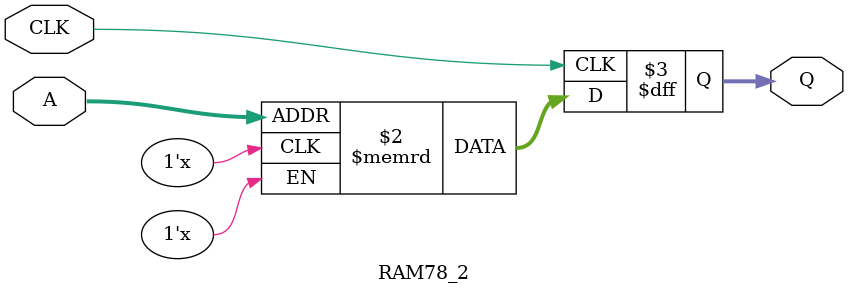
<source format=v>
module RAM78_2 (CLK,A,Q);
    input CLK;
    input [7:0] A;
    output [3:0] Q;
    reg [3:0] Q;
    reg [3:0] mem[255:0] /* synthesis ram_init_file="MXBC_music.mif" */;
    always @(posedge CLK)
        Q<=mem[A];
endmodule
</source>
